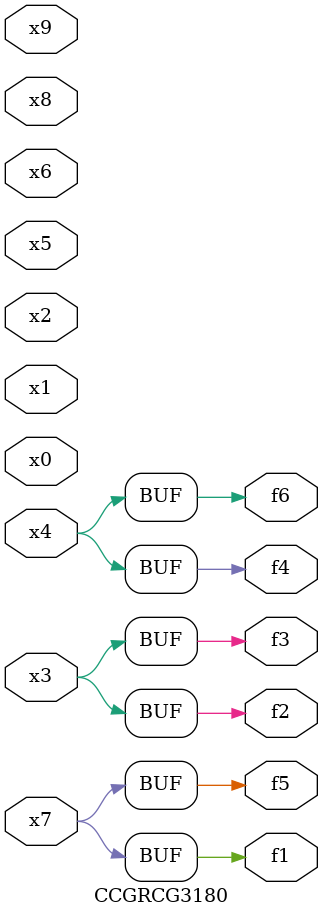
<source format=v>
module CCGRCG3180(
	input x0, x1, x2, x3, x4, x5, x6, x7, x8, x9,
	output f1, f2, f3, f4, f5, f6
);
	assign f1 = x7;
	assign f2 = x3;
	assign f3 = x3;
	assign f4 = x4;
	assign f5 = x7;
	assign f6 = x4;
endmodule

</source>
